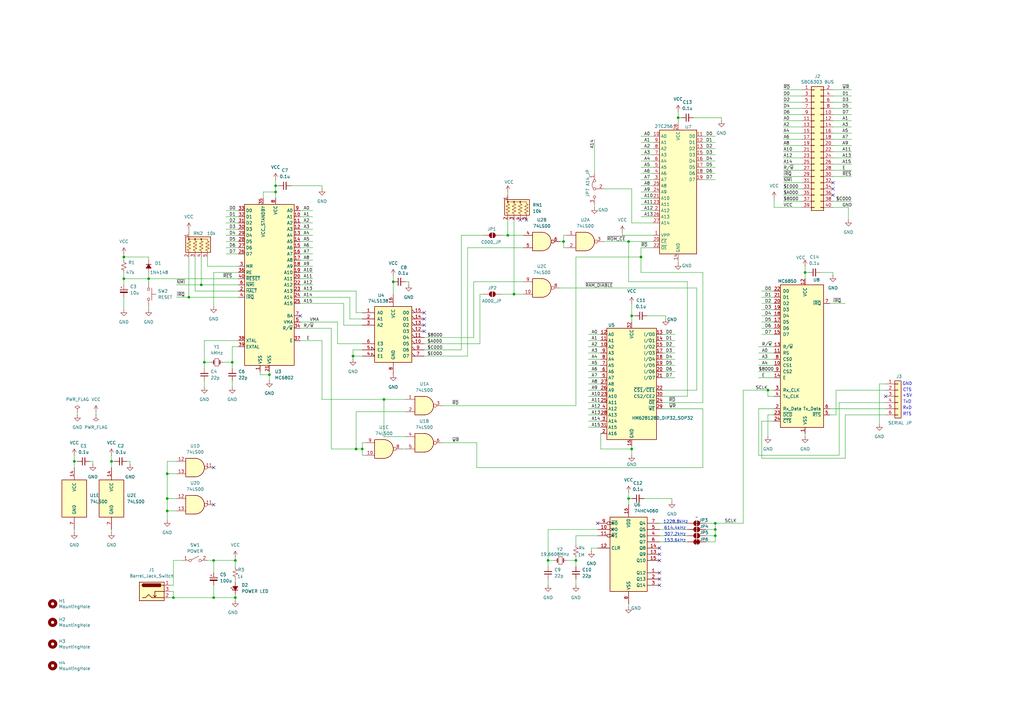
<source format=kicad_sch>
(kicad_sch (version 20250114) (generator "eeschema") (generator_version "9.0")
  (paper "A3")
  (title_block (title "MC6802 Single Board Computer") (date "2025-02-25") (rev "1") (company "KUNI-NET"))
  (text "GND" (at 372.11 157.48 0) (effects (font (size 1.27 1.27))))
  (text "153.6kHz" (at 276.86 221.742 0) (effects (font (size 1.27 1.27))))
  (text "CTS" (at 372.11 160.02 0) (effects (font (size 1.27 1.27))))
  (text "+5V" (at 372.11 162.306 0) (effects (font (size 1.27 1.27))))
  (text "RxD" (at 372.11 167.386 0) (effects (font (size 1.27 1.27))))
  (text "307.2kHz" (at 276.86 219.202 0) (effects (font (size 1.27 1.27))))
  (text "614.4kHz" (at 276.86 216.662 0) (effects (font (size 1.27 1.27))))
  (text "1228.8kHz" (at 277.114 214.122 0) (effects (font (size 1.27 1.27))))
  (text "RTS" (at 372.11 169.926 0) (effects (font (size 1.27 1.27))))
  (text "TxD" (at 372.11 164.846 0) (effects (font (size 1.27 1.27))))
  (junction (at 68.58 194.31))
  (junction (at 293.37 214.63))
  (junction (at 96.52 229.87))
  (junction (at 30.48 189.23))
  (junction (at 278.13 48.26))
  (junction (at 157.48 163.83))
  (junction (at 82.55 116.84))
  (junction (at 262.89 105.41))
  (junction (at 110.49 153.67))
  (junction (at 83.82 148.59))
  (junction (at 257.81 204.47))
  (junction (at 148.59 184.15))
  (junction (at 144.78 146.05))
  (junction (at 210.82 120.65))
  (junction (at 236.22 229.87))
  (junction (at 77.47 121.92))
  (junction (at 113.03 78.74))
  (junction (at 60.96 114.3))
  (junction (at 50.8 114.3))
  (junction (at 293.37 219.71))
  (junction (at 87.63 229.87))
  (junction (at 293.37 217.17))
  (junction (at 68.58 204.47))
  (junction (at 259.08 129.54))
  (junction (at 71.12 245.11))
  (junction (at 330.2 111.76))
  (junction (at 259.08 184.15))
  (junction (at 231.14 99.06))
  (junction (at 314.96 160.02))
  (junction (at 224.79 229.87))
  (junction (at 50.8 105.41))
  (junction (at 208.28 96.52))
  (junction (at 96.52 245.11))
  (junction (at 146.05 184.15))
  (junction (at 257.81 99.06))
  (junction (at 87.63 245.11))
  (junction (at 95.25 148.59))
  (junction (at 113.03 76.2))
  (junction (at 161.29 115.57))
  (junction (at 45.72 189.23))
  (junction (at 68.58 209.55))
  (no_connect (at 245.11 214.63))
  (no_connect (at 173.99 128.27))
  (no_connect (at 341.63 80.01))
  (no_connect (at 270.51 224.79))
  (no_connect (at 173.99 130.81))
  (no_connect (at 87.63 191.77))
  (no_connect (at 270.51 240.03))
  (no_connect (at 213.36 90.17))
  (no_connect (at 341.63 74.93))
  (no_connect (at 87.63 207.01))
  (no_connect (at 270.51 234.95))
  (no_connect (at 270.51 227.33))
  (no_connect (at 173.99 133.35))
  (no_connect (at 215.9 90.17))
  (no_connect (at 341.63 77.47))
  (no_connect (at 270.51 229.87))
  (no_connect (at 270.51 237.49))
  (no_connect (at 363.22 162.56))
  (no_connect (at 173.99 135.89))
  (no_connect (at 123.19 129.54))
  (wire (pts (xy 146.05 184.15) (xy 146.05 168.91)))
  (wire (pts (xy 312.42 137.16) (xy 317.5 137.16)))
  (wire (pts (xy 106.68 152.4) (xy 106.68 153.67)))
  (wire (pts (xy 262.89 111.76) (xy 262.89 105.41)))
  (wire (pts (xy 60.96 105.41) (xy 60.96 106.68)))
  (wire (pts (xy 38.1 189.23) (xy 38.1 190.5)))
  (wire (pts (xy 288.29 73.66) (xy 293.37 73.66)))
  (wire (pts (xy 262.89 88.9) (xy 267.97 88.9)))
  (wire (pts (xy 242.57 224.79) (xy 245.11 224.79)))
  (wire (pts (xy 68.58 194.31) (xy 72.39 194.31)))
  (wire (pts (xy 314.96 162.56) (xy 317.5 162.56)))
  (wire (pts (xy 241.3 149.86) (xy 246.38 149.86)))
  (wire (pts (xy 275.59 204.47) (xy 275.59 205.74)))
  (wire (pts (xy 264.16 204.47) (xy 275.59 204.47)))
  (wire (pts (xy 311.15 149.86) (xy 317.5 149.86)))
  (wire (pts (xy 95.25 156.21) (xy 95.25 158.75)))
  (wire (pts (xy 341.63 36.83) (xy 349.25 36.83)))
  (wire (pts (xy 119.38 76.2) (xy 132.08 76.2)))
  (wire (pts (xy 71.12 242.57) (xy 71.12 245.11)))
  (wire (pts (xy 144.78 143.51) (xy 144.78 146.05)))
  (wire (pts (xy 236.22 105.41) (xy 262.89 105.41)))
  (wire (pts (xy 304.8 160.02) (xy 304.8 214.63)))
  (wire (pts (xy 336.55 111.76) (xy 341.63 111.76)))
  (wire (pts (xy 45.72 189.23) (xy 46.99 189.23)))
  (wire (pts (xy 311.15 147.32) (xy 317.5 147.32)))
  (wire (pts (xy 321.31 57.15) (xy 328.93 57.15)))
  (wire (pts (xy 97.79 139.7) (xy 83.82 139.7)))
  (wire (pts (xy 144.78 146.05) (xy 148.59 146.05)))
  (wire (pts (xy 113.03 78.74) (xy 113.03 81.28)))
  (wire (pts (xy 259.08 186.69) (xy 259.08 184.15)))
  (wire (pts (xy 317.5 85.09) (xy 328.93 85.09)))
  (wire (pts (xy 123.19 88.9) (xy 128.27 88.9)))
  (wire (pts (xy 257.81 201.93) (xy 257.81 204.47)))
  (wire (pts (xy 304.8 160.02) (xy 314.96 160.02)))
  (wire (pts (xy 68.58 209.55) (xy 68.58 213.36)))
  (wire (pts (xy 288.29 111.76) (xy 262.89 111.76)))
  (wire (pts (xy 330.2 111.76) (xy 331.47 111.76)))
  (wire (pts (xy 123.19 109.22) (xy 128.27 109.22)))
  (wire (pts (xy 123.19 139.7) (xy 132.08 139.7)))
  (wire (pts (xy 68.58 189.23) (xy 68.58 194.31)))
  (wire (pts (xy 341.63 82.55) (xy 349.25 82.55)))
  (wire (pts (xy 232.41 229.87) (xy 236.22 229.87)))
  (wire (pts (xy 69.85 245.11) (xy 71.12 245.11)))
  (wire (pts (xy 289.56 219.71) (xy 293.37 219.71)))
  (wire (pts (xy 123.19 99.06) (xy 128.27 99.06)))
  (wire (pts (xy 271.78 142.24) (xy 276.86 142.24)))
  (wire (pts (xy 80.01 119.38) (xy 80.01 105.41)))
  (wire (pts (xy 281.94 115.57) (xy 257.81 115.57)))
  (wire (pts (xy 321.31 72.39) (xy 328.93 72.39)))
  (wire (pts (xy 50.8 105.41) (xy 50.8 106.68)))
  (wire (pts (xy 262.89 58.42) (xy 267.97 58.42)))
  (wire (pts (xy 262.89 76.2) (xy 267.97 76.2)))
  (wire (pts (xy 270.51 214.63) (xy 281.94 214.63)))
  (wire (pts (xy 123.19 119.38) (xy 146.05 119.38)))
  (wire (pts (xy 241.3 175.26) (xy 246.38 175.26)))
  (wire (pts (xy 288.29 55.88) (xy 293.37 55.88)))
  (wire (pts (xy 173.99 143.51) (xy 189.23 143.51)))
  (wire (pts (xy 132.08 76.2) (xy 132.08 77.47)))
  (wire (pts (xy 312.42 172.72) (xy 312.42 187.96)))
  (wire (pts (xy 71.12 229.87) (xy 74.93 229.87)))
  (wire (pts (xy 255.27 95.25) (xy 255.27 96.52)))
  (wire (pts (xy 270.51 217.17) (xy 281.94 217.17)))
  (wire (pts (xy 341.63 67.31) (xy 349.25 67.31)))
  (wire (pts (xy 45.72 217.17) (xy 45.72 218.44)))
  (wire (pts (xy 92.71 86.36) (xy 97.79 86.36)))
  (wire (pts (xy 224.79 229.87) (xy 224.79 232.41)))
  (wire (pts (xy 110.49 152.4) (xy 110.49 153.67)))
  (wire (pts (xy 231.14 99.06) (xy 231.14 101.6)))
  (wire (pts (xy 311.15 142.24) (xy 317.5 142.24)))
  (wire (pts (xy 284.48 48.26) (xy 295.91 48.26)))
  (wire (pts (xy 293.37 222.25) (xy 289.56 222.25)))
  (wire (pts (xy 312.42 124.46) (xy 317.5 124.46)))
  (wire (pts (xy 278.13 48.26) (xy 279.4 48.26)))
  (wire (pts (xy 208.28 90.17) (xy 208.28 96.52)))
  (wire (pts (xy 30.48 189.23) (xy 31.75 189.23)))
  (wire (pts (xy 360.68 173.99) (xy 360.68 157.48)))
  (wire (pts (xy 278.13 48.26) (xy 278.13 50.8)))
  (wire (pts (xy 96.52 245.11) (xy 96.52 246.38)))
  (wire (pts (xy 241.3 172.72) (xy 246.38 172.72)))
  (wire (pts (xy 346.71 187.96) (xy 346.71 170.18)))
  (wire (pts (xy 241.3 157.48) (xy 246.38 157.48)))
  (wire (pts (xy 241.3 142.24) (xy 246.38 142.24)))
  (wire (pts (xy 50.8 105.41) (xy 60.96 105.41)))
  (wire (pts (xy 144.78 146.05) (xy 144.78 147.32)))
  (wire (pts (xy 107.95 81.28) (xy 107.95 78.74)))
  (wire (pts (xy 314.96 160.02) (xy 314.96 162.56)))
  (wire (pts (xy 262.89 71.12) (xy 267.97 71.12)))
  (wire (pts (xy 311.15 152.4) (xy 317.5 152.4)))
  (wire (pts (xy 87.63 245.11) (xy 96.52 245.11)))
  (wire (pts (xy 262.89 81.28) (xy 267.97 81.28)))
  (wire (pts (xy 232.41 96.52) (xy 231.14 96.52)))
  (wire (pts (xy 181.61 181.61) (xy 195.58 181.61)))
  (wire (pts (xy 36.83 189.23) (xy 38.1 189.23)))
  (wire (pts (xy 149.86 181.61) (xy 148.59 181.61)))
  (wire (pts (xy 143.51 130.81) (xy 148.59 130.81)))
  (wire (pts (xy 96.52 245.11) (xy 96.52 243.84)))
  (wire (pts (xy 50.8 114.3) (xy 50.8 116.84)))
  (wire (pts (xy 341.63 59.69) (xy 349.25 59.69)))
  (wire (pts (xy 123.19 111.76) (xy 128.27 111.76)))
  (wire (pts (xy 157.48 163.83) (xy 166.37 163.83)))
  (wire (pts (xy 231.14 101.6) (xy 232.41 101.6)))
  (wire (pts (xy 123.19 86.36) (xy 128.27 86.36)))
  (wire (pts (xy 157.48 179.07) (xy 166.37 179.07)))
  (wire (pts (xy 321.31 49.53) (xy 328.93 49.53)))
  (wire (pts (xy 271.78 144.78) (xy 276.86 144.78)))
  (wire (pts (xy 312.42 132.08) (xy 317.5 132.08)))
  (wire (pts (xy 110.49 153.67) (xy 110.49 156.21)))
  (wire (pts (xy 195.58 191.77) (xy 195.58 181.61)))
  (wire (pts (xy 341.63 49.53) (xy 349.25 49.53)))
  (wire (pts (xy 71.12 240.03) (xy 71.12 229.87)))
  (wire (pts (xy 262.89 63.5) (xy 267.97 63.5)))
  (wire (pts (xy 138.43 140.97) (xy 138.43 132.08)))
  (wire (pts (xy 341.63 69.85) (xy 349.25 69.85)))
  (wire (pts (xy 312.42 121.92) (xy 317.5 121.92)))
  (wire (pts (xy 288.29 68.58) (xy 293.37 68.58)))
  (wire (pts (xy 60.96 125.73) (xy 60.96 127)))
  (wire (pts (xy 68.58 204.47) (xy 72.39 204.47)))
  (wire (pts (xy 143.51 130.81) (xy 143.51 121.92)))
  (wire (pts (xy 330.2 111.76) (xy 330.2 114.3)))
  (wire (pts (xy 330.2 177.8) (xy 330.2 179.07)))
  (wire (pts (xy 91.44 148.59) (xy 95.25 148.59)))
  (wire (pts (xy 321.31 44.45) (xy 328.93 44.45)))
  (wire (pts (xy 321.31 59.69) (xy 328.93 59.69)))
  (wire (pts (xy 321.31 62.23) (xy 328.93 62.23)))
  (wire (pts (xy 60.96 111.76) (xy 60.96 114.3)))
  (wire (pts (xy 53.34 189.23) (xy 53.34 190.5)))
  (wire (pts (xy 241.3 170.18) (xy 246.38 170.18)))
  (wire (pts (xy 278.13 106.68) (xy 278.13 107.95)))
  (wire (pts (xy 241.3 165.1) (xy 246.38 165.1)))
  (wire (pts (xy 314.96 170.18) (xy 317.5 170.18)))
  (wire (pts (xy 262.89 60.96) (xy 267.97 60.96)))
  (wire (pts (xy 157.48 163.83) (xy 157.48 179.07)))
  (wire (pts (xy 87.63 125.73) (xy 87.63 111.76)))
  (wire (pts (xy 144.78 143.51) (xy 148.59 143.51)))
  (wire (pts (xy 262.89 68.58) (xy 267.97 68.58)))
  (wire (pts (xy 77.47 105.41) (xy 77.47 121.92)))
  (wire (pts (xy 341.63 39.37) (xy 349.25 39.37)))
  (wire (pts (xy 265.43 129.54) (xy 273.05 129.54)))
  (wire (pts (xy 113.03 73.66) (xy 113.03 76.2)))
  (wire (pts (xy 83.82 148.59) (xy 86.36 148.59)))
  (wire (pts (xy 236.22 237.49) (xy 236.22 240.03)))
  (wire (pts (xy 241.3 137.16) (xy 246.38 137.16)))
  (wire (pts (xy 342.9 170.18) (xy 342.9 160.02)))
  (wire (pts (xy 83.82 156.21) (xy 83.82 158.75)))
  (wire (pts (xy 243.84 83.82) (xy 243.84 85.09)))
  (wire (pts (xy 146.05 128.27) (xy 148.59 128.27)))
  (wire (pts (xy 311.15 144.78) (xy 317.5 144.78)))
  (wire (pts (xy 314.96 170.18) (xy 314.96 179.07)))
  (wire (pts (xy 173.99 138.43) (xy 194.31 138.43)))
  (wire (pts (xy 30.48 217.17) (xy 30.48 218.44)))
  (wire (pts (xy 107.95 78.74) (xy 113.03 78.74)))
  (wire (pts (xy 191.77 101.6) (xy 214.63 101.6)))
  (wire (pts (xy 140.97 133.35) (xy 140.97 124.46)))
  (wire (pts (xy 257.81 99.06) (xy 267.97 99.06)))
  (wire (pts (xy 285.75 118.11) (xy 285.75 160.02)))
  (wire (pts (xy 288.29 191.77) (xy 195.58 191.77)))
  (wire (pts (xy 123.19 91.44) (xy 128.27 91.44)))
  (wire (pts (xy 344.17 186.69) (xy 344.17 165.1)))
  (wire (pts (xy 241.3 154.94) (xy 246.38 154.94)))
  (wire (pts (xy 191.77 146.05) (xy 191.77 101.6)))
  (wire (pts (xy 95.25 142.24) (xy 97.79 142.24)))
  (wire (pts (xy 288.29 63.5) (xy 293.37 63.5)))
  (wire (pts (xy 68.58 209.55) (xy 72.39 209.55)))
  (wire (pts (xy 259.08 91.44) (xy 267.97 91.44)))
  (wire (pts (xy 31.75 168.91) (xy 31.75 170.18)))
  (wire (pts (xy 146.05 168.91) (xy 166.37 168.91)))
  (wire (pts (xy 236.22 166.37) (xy 236.22 105.41)))
  (wire (pts (xy 50.8 111.76) (xy 50.8 114.3)))
  (wire (pts (xy 262.89 73.66) (xy 267.97 73.66)))
  (wire (pts (xy 123.19 96.52) (xy 128.27 96.52)))
  (wire (pts (xy 312.42 134.62) (xy 317.5 134.62)))
  (wire (pts (xy 39.37 168.91) (xy 39.37 170.18)))
  (wire (pts (xy 257.81 115.57) (xy 257.81 99.06)))
  (wire (pts (xy 281.94 162.56) (xy 281.94 115.57)))
  (wire (pts (xy 340.36 170.18) (xy 342.9 170.18)))
  (wire (pts (xy 288.29 71.12) (xy 293.37 71.12)))
  (wire (pts (xy 321.31 77.47) (xy 328.93 77.47)))
  (wire (pts (xy 85.09 105.41) (xy 85.09 109.22)))
  (wire (pts (xy 52.07 189.23) (xy 53.34 189.23)))
  (wire (pts (xy 236.22 219.71) (xy 245.11 219.71)))
  (wire (pts (xy 224.79 237.49) (xy 224.79 240.03)))
  (wire (pts (xy 210.82 120.65) (xy 214.63 120.65)))
  (wire (pts (xy 321.31 69.85) (xy 328.93 69.85)))
  (wire (pts (xy 259.08 129.54) (xy 260.35 129.54)))
  (wire (pts (xy 123.19 121.92) (xy 143.51 121.92)))
  (wire (pts (xy 123.19 124.46) (xy 140.97 124.46)))
  (wire (pts (xy 87.63 111.76) (xy 97.79 111.76)))
  (wire (pts (xy 262.89 105.41) (xy 262.89 101.6)))
  (wire (pts (xy 80.01 119.38) (xy 97.79 119.38)))
  (wire (pts (xy 271.78 137.16) (xy 276.86 137.16)))
  (wire (pts (xy 271.78 165.1) (xy 288.29 165.1)))
  (wire (pts (xy 85.09 109.22) (xy 97.79 109.22)))
  (wire (pts (xy 50.8 104.14) (xy 50.8 105.41)))
  (wire (pts (xy 165.1 184.15) (xy 166.37 184.15)))
  (wire (pts (xy 259.08 77.47) (xy 259.08 91.44)))
  (wire (pts (xy 236.22 229.87) (xy 236.22 232.41)))
  (wire (pts (xy 341.63 64.77) (xy 349.25 64.77)))
  (wire (pts (xy 205.74 120.65) (xy 210.82 120.65)))
  (wire (pts (xy 289.56 214.63) (xy 293.37 214.63)))
  (wire (pts (xy 113.03 76.2) (xy 113.03 78.74)))
  (wire (pts (xy 69.85 242.57) (xy 71.12 242.57)))
  (wire (pts (xy 360.68 157.48) (xy 363.22 157.48)))
  (wire (pts (xy 140.97 133.35) (xy 148.59 133.35)))
  (wire (pts (xy 341.63 57.15) (xy 349.25 57.15)))
  (wire (pts (xy 347.98 85.09) (xy 347.98 90.17)))
  (wire (pts (xy 273.05 129.54) (xy 273.05 130.81)))
  (wire (pts (xy 288.29 167.64) (xy 288.29 191.77)))
  (wire (pts (xy 135.89 184.15) (xy 146.05 184.15)))
  (wire (pts (xy 69.85 240.03) (xy 71.12 240.03)))
  (wire (pts (xy 123.19 101.6) (xy 128.27 101.6)))
  (wire (pts (xy 161.29 115.57) (xy 161.29 120.65)))
  (wire (pts (xy 295.91 48.26) (xy 295.91 49.53)))
  (wire (pts (xy 146.05 184.15) (xy 148.59 184.15)))
  (wire (pts (xy 83.82 139.7) (xy 83.82 148.59)))
  (wire (pts (xy 247.65 99.06) (xy 257.81 99.06)))
  (wire (pts (xy 132.08 163.83) (xy 157.48 163.83)))
  (wire (pts (xy 236.22 228.6) (xy 236.22 229.87)))
  (wire (pts (xy 231.14 96.52) (xy 231.14 99.06)))
  (wire (pts (xy 342.9 160.02) (xy 363.22 160.02)))
  (wire (pts (xy 68.58 194.31) (xy 68.58 204.47)))
  (wire (pts (xy 341.63 62.23) (xy 349.25 62.23)))
  (wire (pts (xy 321.31 74.93) (xy 328.93 74.93)))
  (wire (pts (xy 317.5 81.28) (xy 317.5 85.09)))
  (wire (pts (xy 340.36 124.46) (xy 346.71 124.46)))
  (wire (pts (xy 255.27 96.52) (xy 267.97 96.52)))
  (wire (pts (xy 271.78 154.94) (xy 276.86 154.94)))
  (wire (pts (xy 346.71 170.18) (xy 363.22 170.18)))
  (wire (pts (xy 262.89 101.6) (xy 267.97 101.6)))
  (wire (pts (xy 312.42 187.96) (xy 346.71 187.96)))
  (wire (pts (xy 71.12 245.11) (xy 87.63 245.11)))
  (wire (pts (xy 262.89 55.88) (xy 267.97 55.88)))
  (wire (pts (xy 161.29 113.03) (xy 161.29 115.57)))
  (wire (pts (xy 92.71 104.14) (xy 97.79 104.14)))
  (wire (pts (xy 92.71 88.9) (xy 97.79 88.9)))
  (wire (pts (xy 92.71 91.44) (xy 97.79 91.44)))
  (wire (pts (xy 167.64 115.57) (xy 167.64 116.84)))
  (wire (pts (xy 241.3 144.78) (xy 246.38 144.78)))
  (wire (pts (xy 194.31 115.57) (xy 214.63 115.57)))
  (wire (pts (xy 96.52 228.6) (xy 96.52 229.87)))
  (wire (pts (xy 123.19 134.62) (xy 135.89 134.62)))
  (wire (pts (xy 30.48 189.23) (xy 30.48 191.77)))
  (wire (pts (xy 72.39 189.23) (xy 68.58 189.23)))
  (wire (pts (xy 113.03 76.2) (xy 114.3 76.2)))
  (wire (pts (xy 241.3 152.4) (xy 246.38 152.4)))
  (wire (pts (xy 288.29 66.04) (xy 293.37 66.04)))
  (wire (pts (xy 123.19 116.84) (xy 128.27 116.84)))
  (wire (pts (xy 148.59 186.69) (xy 148.59 184.15)))
  (wire (pts (xy 106.68 153.67) (xy 110.49 153.67)))
  (wire (pts (xy 293.37 219.71) (xy 293.37 222.25)))
  (wire (pts (xy 224.79 217.17) (xy 245.11 217.17)))
  (wire (pts (xy 271.78 147.32) (xy 276.86 147.32)))
  (wire (pts (xy 271.78 160.02) (xy 285.75 160.02)))
  (wire (pts (xy 262.89 78.74) (xy 267.97 78.74)))
  (wire (pts (xy 123.19 93.98) (xy 128.27 93.98)))
  (wire (pts (xy 317.5 172.72) (xy 312.42 172.72)))
  (wire (pts (xy 341.63 52.07) (xy 349.25 52.07)))
  (wire (pts (xy 229.87 99.06) (xy 231.14 99.06)))
  (wire (pts (xy 270.51 219.71) (xy 281.94 219.71)))
  (wire (pts (xy 173.99 146.05) (xy 191.77 146.05)))
  (wire (pts (xy 341.63 85.09) (xy 347.98 85.09)))
  (wire (pts (xy 123.19 106.68) (xy 128.27 106.68)))
  (wire (pts (xy 77.47 93.98) (xy 77.47 95.25)))
  (wire (pts (xy 293.37 214.63) (xy 304.8 214.63)))
  (wire (pts (xy 271.78 162.56) (xy 281.94 162.56)))
  (wire (pts (xy 95.25 148.59) (xy 95.25 151.13)))
  (wire (pts (xy 132.08 139.7) (xy 132.08 163.83)))
  (wire (pts (xy 271.78 139.7) (xy 276.86 139.7)))
  (wire (pts (xy 123.19 104.14) (xy 128.27 104.14)))
  (wire (pts (xy 68.58 204.47) (xy 68.58 209.55)))
  (wire (pts (xy 241.3 147.32) (xy 246.38 147.32)))
  (wire (pts (xy 271.78 167.64) (xy 288.29 167.64)))
  (wire (pts (xy 311.15 154.94) (xy 317.5 154.94)))
  (wire (pts (xy 196.85 120.65) (xy 198.12 120.65)))
  (wire (pts (xy 317.5 167.64) (xy 311.15 167.64)))
  (wire (pts (xy 95.25 148.59) (xy 95.25 142.24)))
  (wire (pts (xy 259.08 124.46) (xy 259.08 129.54)))
  (wire (pts (xy 321.31 46.99) (xy 328.93 46.99)))
  (wire (pts (xy 262.89 86.36) (xy 267.97 86.36)))
  (wire (pts (xy 196.85 140.97) (xy 173.99 140.97)))
  (wire (pts (xy 311.15 186.69) (xy 344.17 186.69)))
  (wire (pts (xy 293.37 214.63) (xy 293.37 217.17)))
  (wire (pts (xy 82.55 105.41) (xy 82.55 116.84)))
  (wire (pts (xy 208.28 78.74) (xy 208.28 80.01)))
  (wire (pts (xy 82.55 116.84) (xy 97.79 116.84)))
  (wire (pts (xy 330.2 109.22) (xy 330.2 111.76)))
  (wire (pts (xy 257.81 204.47) (xy 257.81 207.01)))
  (wire (pts (xy 321.31 64.77) (xy 328.93 64.77)))
  (wire (pts (xy 241.3 139.7) (xy 246.38 139.7)))
  (wire (pts (xy 321.31 36.83) (xy 328.93 36.83)))
  (wire (pts (xy 259.08 129.54) (xy 259.08 132.08)))
  (wire (pts (xy 321.31 39.37) (xy 328.93 39.37)))
  (wire (pts (xy 341.63 46.99) (xy 349.25 46.99)))
  (wire (pts (xy 288.29 60.96) (xy 293.37 60.96)))
  (wire (pts (xy 77.47 121.92) (xy 97.79 121.92)))
  (wire (pts (xy 92.71 101.6) (xy 97.79 101.6)))
  (wire (pts (xy 30.48 186.69) (xy 30.48 189.23)))
  (wire (pts (xy 135.89 134.62) (xy 135.89 184.15)))
  (wire (pts (xy 259.08 182.88) (xy 259.08 184.15)))
  (wire (pts (xy 50.8 114.3) (xy 60.96 114.3)))
  (wire (pts (xy 87.63 240.03) (xy 87.63 245.11)))
  (wire (pts (xy 241.3 160.02) (xy 246.38 160.02)))
  (wire (pts (xy 311.15 167.64) (xy 311.15 186.69)))
  (wire (pts (xy 247.65 77.47) (xy 259.08 77.47)))
  (wire (pts (xy 246.38 184.15) (xy 259.08 184.15)))
  (wire (pts (xy 92.71 96.52) (xy 97.79 96.52)))
  (wire (pts (xy 87.63 229.87) (xy 96.52 229.87)))
  (wire (pts (xy 293.37 217.17) (xy 293.37 219.71)))
  (wire (pts (xy 321.31 52.07) (xy 328.93 52.07)))
  (wire (pts (xy 341.63 72.39) (xy 349.25 72.39)))
  (wire (pts (xy 270.51 222.25) (xy 281.94 222.25)))
  (wire (pts (xy 257.81 204.47) (xy 259.08 204.47)))
  (wire (pts (xy 189.23 143.51) (xy 189.23 96.52)))
  (wire (pts (xy 123.19 114.3) (xy 128.27 114.3)))
  (wire (pts (xy 271.78 152.4) (xy 276.86 152.4)))
  (wire (pts (xy 208.28 96.52) (xy 214.63 96.52)))
  (wire (pts (xy 278.13 45.72) (xy 278.13 48.26)))
  (wire (pts (xy 224.79 229.87) (xy 227.33 229.87)))
  (wire (pts (xy 60.96 114.3) (xy 97.79 114.3)))
  (wire (pts (xy 321.31 67.31) (xy 328.93 67.31)))
  (wire (pts (xy 72.39 116.84) (xy 82.55 116.84)))
  (wire (pts (xy 288.29 165.1) (xy 288.29 111.76)))
  (wire (pts (xy 257.81 247.65) (xy 257.81 248.92)))
  (wire (pts (xy 96.52 237.49) (xy 96.52 238.76)))
  (wire (pts (xy 312.42 129.54) (xy 317.5 129.54)))
  (wire (pts (xy 92.71 93.98) (xy 97.79 93.98)))
  (wire (pts (xy 146.05 128.27) (xy 146.05 119.38)))
  (wire (pts (xy 341.63 54.61) (xy 349.25 54.61)))
  (wire (pts (xy 138.43 132.08) (xy 123.19 132.08)))
  (wire (pts (xy 321.31 82.55) (xy 328.93 82.55)))
  (wire (pts (xy 196.85 120.65) (xy 196.85 140.97)))
  (wire (pts (xy 166.37 115.57) (xy 167.64 115.57)))
  (wire (pts (xy 340.36 167.64) (xy 363.22 167.64)))
  (wire (pts (xy 83.82 148.59) (xy 83.82 151.13)))
  (wire (pts (xy 321.31 80.01) (xy 328.93 80.01)))
  (wire (pts (xy 344.17 165.1) (xy 363.22 165.1)))
  (wire (pts (xy 341.63 41.91) (xy 349.25 41.91)))
  (wire (pts (xy 312.42 127) (xy 317.5 127)))
  (wire (pts (xy 60.96 114.3) (xy 60.96 115.57)))
  (wire (pts (xy 138.43 140.97) (xy 148.59 140.97)))
  (wire (pts (xy 189.23 96.52) (xy 198.12 96.52)))
  (wire (pts (xy 246.38 177.8) (xy 246.38 184.15)))
  (wire (pts (xy 341.63 111.76) (xy 341.63 113.03)))
  (wire (pts (xy 321.31 54.61) (xy 328.93 54.61)))
  (wire (pts (xy 236.22 223.52) (xy 236.22 219.71)))
  (wire (pts (xy 45.72 189.23) (xy 45.72 191.77)))
  (wire (pts (xy 321.31 41.91) (xy 328.93 41.91)))
  (wire (pts (xy 85.09 229.87) (xy 87.63 229.87)))
  (wire (pts (xy 148.59 181.61) (xy 148.59 184.15)))
  (wire (pts (xy 194.31 138.43) (xy 194.31 115.57)))
  (wire (pts (xy 205.74 96.52) (xy 208.28 96.52)))
  (wire (pts (xy 229.87 118.11) (xy 285.75 118.11)))
  (wire (pts (xy 243.84 57.15) (xy 243.84 71.12)))
  (wire (pts (xy 50.8 121.92) (xy 50.8 127)))
  (wire (pts (xy 288.29 58.42) (xy 293.37 58.42)))
  (wire (pts (xy 241.3 162.56) (xy 246.38 162.56)))
  (wire (pts (xy 289.56 217.17) (xy 293.37 217.17)))
  (wire (pts (xy 224.79 229.87) (xy 224.79 217.17)))
  (wire (pts (xy 149.86 186.69) (xy 148.59 186.69)))
  (wire (pts (xy 87.63 229.87) (xy 87.63 234.95)))
  (wire (pts (xy 210.82 90.17) (xy 210.82 120.65)))
  (wire (pts (xy 92.71 99.06) (xy 97.79 99.06)))
  (wire (pts (xy 242.57 226.06) (xy 242.57 224.79)))
  (wire (pts (xy 241.3 167.64) (xy 246.38 167.64)))
  (wire (pts (xy 341.63 44.45) (xy 349.25 44.45)))
  (wire (pts (xy 45.72 186.69) (xy 45.72 189.23)))
  (wire (pts (xy 181.61 166.37) (xy 236.22 166.37)))
  (wire (pts (xy 314.96 160.02) (xy 317.5 160.02)))
  (wire (pts (xy 262.89 83.82) (xy 267.97 83.82)))
  (wire (pts (xy 96.52 229.87) (xy 96.52 232.41)))
  (wire (pts (xy 312.42 119.38) (xy 317.5 119.38)))
  (wire (pts (xy 72.39 121.92) (xy 77.47 121.92)))
  (wire (pts (xy 262.89 66.04) (xy 267.97 66.04)))
  (wire (pts (xy 271.78 149.86) (xy 276.86 149.86)))
  (label "A5" (at 242.57 149.86 0))
  (label "D7" (at 313.69 137.16 0))
  (label "~{RD}" (at 185.42 166.37 0))
  (label "~{RD}" (at 262.89 101.6 0))
  (label "A7" (at 242.57 154.94 0))
  (label "A7" (at 264.16 73.66 0))
  (label "E" (at 312.42 154.94 0))
  (label "D6" (at 313.69 134.62 0))
  (label "A14" (at 243.84 57.15 270))
  (label "A11" (at 345.44 62.23 0))
  (label "A2" (at 242.57 142.24 0))
  (label "A3" (at 124.46 93.98 0))
  (label "A12" (at 242.57 167.64 0))
  (label "D1" (at 345.44 39.37 0))
  (label "A5" (at 124.46 99.06 0))
  (label "~{ROM_CE}" (at 248.92 99.06 0))
  (label "A3" (at 242.57 144.78 0))
  (label "D1" (at 289.56 58.42 0))
  (label "~{NMI}" (at 321.31 74.93 0))
  (label "A7" (at 124.46 104.14 0))
  (label "A2" (at 124.46 91.44 0))
  (label "A3" (at 264.16 63.5 0))
  (label "A0" (at 124.46 86.36 0))
  (label "D0" (at 321.31 39.37 0))
  (label "$E000" (at 175.26 146.05 0))
  (label "$C000" (at 175.26 143.51 0))
  (label "~{WR}" (at 345.44 36.83 0))
  (label "~{IRQ}" (at 72.39 121.92 0))
  (label "R{slash}~{W}" (at 124.46 134.62 0))
  (label "A8" (at 321.31 59.69 0))
  (label "A4" (at 264.16 66.04 0))
  (label "~{RD}" (at 321.31 36.83 0))
  (label "A13" (at 264.16 88.9 0))
  (label "A6" (at 264.16 71.12 0))
  (label "A8" (at 264.16 76.2 0))
  (label "D2" (at 273.05 142.24 0))
  (label "D1" (at 93.98 88.9 0))
  (label "D3" (at 313.69 127 0))
  (label "A4" (at 312.42 149.86 0))
  (label "~{IRQ}" (at 321.31 72.39 0))
  (label "D4" (at 313.69 129.54 0))
  (label "D0" (at 273.05 137.16 0))
  (label "A1" (at 242.57 139.7 0))
  (label "D3" (at 289.56 63.5 0))
  (label "D5" (at 93.98 99.06 0))
  (label "SCLK" (at 297.18 214.63 0))
  (label "A9" (at 264.16 78.74 0))
  (label "A13" (at 345.44 64.77 0))
  (label "~{NMI}" (at 72.39 116.84 0))
  (label "A12" (at 321.31 64.77 0))
  (label "D1" (at 313.69 121.92 0))
  (label "A9" (at 242.57 160.02 0))
  (label "VMA" (at 127 132.08 0))
  (label "D5" (at 313.69 132.08 0))
  (label "E" (at 345.44 69.85 0))
  (label "D4" (at 321.31 44.45 0))
  (label "A3" (at 345.44 52.07 0))
  (label "A11" (at 242.57 165.1 0))
  (label "D2" (at 321.31 41.91 0))
  (label "A11" (at 124.46 114.3 0))
  (label "SCLK" (at 309.88 160.02 0))
  (label "A0" (at 242.57 137.16 0))
  (label "~{IRQ}" (at 341.63 124.46 0))
  (label "A10" (at 124.46 111.76 0))
  (label "D3" (at 93.98 93.98 0))
  (label "A4" (at 124.46 96.52 0))
  (label "A7" (at 345.44 57.15 0))
  (label "A0" (at 312.42 144.78 0))
  (label "D3" (at 345.44 41.91 0))
  (label "R{slash}~{W}" (at 312.42 142.24 0))
  (label "$8000" (at 175.26 138.43 0))
  (label "D6" (at 273.05 152.4 0))
  (label "A8" (at 124.46 106.68 0))
  (label "A10" (at 321.31 62.23 0))
  (label "A15" (at 242.57 175.26 0))
  (label "A5" (at 345.44 54.61 0))
  (label "D6" (at 289.56 71.12 0))
  (label "A2" (at 264.16 60.96 0))
  (label "A9" (at 124.46 109.22 0))
  (label "GND" (at 345.44 85.09 0))
  (label "A15" (at 345.44 67.31 0))
  (label "D6" (at 321.31 46.99 0))
  (label "$C000" (at 342.9 82.55 0))
  (label "A14" (at 321.31 67.31 0))
  (label "A6" (at 124.46 101.6 0))
  (label "A6" (at 321.31 57.15 0))
  (label "$A000" (at 175.26 140.97 0))
  (label "~{WR}" (at 185.42 181.61 0))
  (label "~{RES}" (at 91.44 114.3 0))
  (label "$E000" (at 321.31 77.47 0))
  (label "A5" (at 264.16 68.58 0))
  (label "D6" (at 93.98 101.6 0))
  (label "D5" (at 273.05 149.86 0))
  (label "A15" (at 124.46 124.46 0))
  (label "A8" (at 242.57 157.48 0))
  (label "A4" (at 321.31 54.61 0))
  (label "D7" (at 93.98 104.14 0))
  (label "A3" (at 312.42 147.32 0))
  (label "D4" (at 273.05 147.32 0))
  (label "$A000" (at 321.31 80.01 0))
  (label "R{slash}~{W}" (at 321.31 69.85 0))
  (label "D4" (at 93.98 96.52 0))
  (label "$8000" (at 311.15 152.4 0))
  (label "A1" (at 345.44 49.53 0))
  (label "D0" (at 313.69 119.38 0))
  (label "VCC" (at 321.31 85.09 0))
  (label "A1" (at 124.46 88.9 0))
  (label "D4" (at 289.56 66.04 0))
  (label "D3" (at 273.05 144.78 0))
  (label "~{RES}" (at 345.44 72.39 0))
  (label "D0" (at 289.56 55.88 0))
  (label "D5" (at 345.44 44.45 0))
  (label "D7" (at 289.56 73.66 0))
  (label "~{WR}" (at 274.32 167.64 0))
  (label "A14" (at 242.57 172.72 0))
  (label "A13" (at 242.57 170.18 0))
  (label "A6" (at 242.57 152.4 0))
  (label "A13" (at 124.46 119.38 0))
  (label "D5" (at 289.56 68.58 0))
  (label "~{RAM_DIABLE}" (at 240.03 118.11 0))
  (label "D2" (at 93.98 91.44 0))
  (label "E" (at 125.73 139.7 0))
  (label "A1" (at 264.16 58.42 0))
  (label "A12" (at 264.16 86.36 0))
  (label "A0" (at 321.31 49.53 0))
  (label "A12" (at 124.46 116.84 0))
  (label "D7" (at 273.05 154.94 0))
  (label "A4" (at 242.57 147.32 0))
  (label "D0" (at 93.98 86.36 0))
  (label "A0" (at 264.16 55.88 0))
  (label "A2" (at 321.31 52.07 0))
  (label "A14" (at 124.46 121.92 0))
  (label "A9" (at 345.44 59.69 0))
  (label "D1" (at 273.05 139.7 0))
  (label "D7" (at 345.44 46.99 0))
  (label "A10" (at 242.57 162.56 0))
  (label "A11" (at 264.16 83.82 0))
  (label "$8000" (at 321.31 82.55 0))
  (label "A10" (at 264.16 81.28 0))
  (label "D2" (at 289.56 60.96 0))
  (label "D2" (at 313.69 124.46 0))
  (label "~{RD}" (at 274.32 165.1 0))
  (symbol (lib_id "Connector_Generic:Conn_02x20_Odd_Even") (at 334.01 59.69 0) (unit 1)
    (property "Reference" "J2" (at 335.28 31.3182 0))
    (property "Value" "SBC6303 BUS" (at 335.28 33.6296 0))
    (property "Footprint" "Connector_PinHeader_2.54mm:PinHeader_2x20_P2.54mm_Horizontal" (effects (hide yes)))
  )
  (symbol (lib_id "Mechanical:MountingHole") (at 21.59 247.65 0) (unit 1)
    (property "Reference" "H1" (at 24.13 246.4816 0) (effects (justify left)))
    (property "Value" "MountingHole" (at 24.13 248.793 0) (effects (justify left)))
    (property "Footprint" "MountingHole:MountingHole_3.2mm_M3" (effects (hide yes)))
  )
  (symbol (lib_id "Mechanical:MountingHole") (at 21.59 255.27 0) (unit 1)
    (property "Reference" "H2" (at 24.13 254.1016 0) (effects (justify left)))
    (property "Value" "MountingHole" (at 24.13 256.413 0) (effects (justify left)))
    (property "Footprint" "MountingHole:MountingHole_3.2mm_M3" (effects (hide yes)))
  )
  (symbol (lib_id "Mechanical:MountingHole") (at 21.59 264.16 0) (unit 1)
    (property "Reference" "H3" (at 24.13 262.9916 0) (effects (justify left)))
    (property "Value" "MountingHole" (at 24.13 265.303 0) (effects (justify left)))
    (property "Footprint" "MountingHole:MountingHole_3.2mm_M3" (effects (hide yes)))
  )
  (symbol (lib_id "Mechanical:MountingHole") (at 21.59 273.05 0) (unit 1)
    (property "Reference" "H4" (at 24.13 271.8816 0) (effects (justify left)))
    (property "Value" "MountingHole" (at 24.13 274.193 0) (effects (justify left)))
    (property "Footprint" "MountingHole:MountingHole_3.2mm_M3" (effects (hide yes)))
  )
  (symbol (lib_id "Device:C_Small") (at 34.29 189.23 90) (unit 1)
    (property "Reference" "C1" (at 34.2963 182.88 90))
    (property "Value" "0.1u" (at 34.2963 185.42 90))
    (property "Footprint" "Capacitor_THT:C_Disc_D3.0mm_W2.0mm_P2.50mm" (effects (hide yes)))
    (property "Description" "Unpolarized capacitor, small symbol" (effects (hide yes)))
  )
  (symbol (lib_id "power:VCC") (at 257.81 201.93 0) (unit 1)
    (property "Reference" "#PWR032" (effects (hide yes)))
    (property "Value" "VCC" (at 257.81 196.85 0))
    (property "Description" "Power symbol creates a global label with name \"VCC\"" (effects (hide yes)))
  )
  (symbol (lib_id "power:GND") (at 110.49 156.21 0) (unit 1)
    (property "Reference" "#PWR018" (effects (hide yes)))
    (property "Value" "GND" (at 110.49 161.29 0))
    (property "Description" "Power symbol creates a global label with name \"GND\" , ground" (effects (hide yes)))
  )
  (symbol (lib_id "power:GND") (at 132.08 77.47 0) (unit 1)
    (property "Reference" "#PWR020" (effects (hide yes)))
    (property "Value" "GND" (at 132.08 82.55 0))
    (property "Description" "Power symbol creates a global label with name \"GND\" , ground" (effects (hide yes)))
  )
  (symbol (lib_id "Device:Crystal_Small") (at 88.9 148.59 0) (unit 1)
    (property "Reference" "Y1" (at 88.9 142.24 0))
    (property "Value" "4MHz" (at 88.9 144.78 0))
    (property "Footprint" "Crystal:Crystal_HC49-U_Vertical" (effects (hide yes)))
    (property "Description" "Two pin crystal, small symbol" (effects (hide yes)))
  )
  (symbol (lib_id "power:GND") (at 96.52 246.38 0) (unit 1)
    (property "Reference" "#PWR017" (effects (hide yes)))
    (property "Value" "GND" (at 95.504 251.206 0))
    (property "Description" "Power symbol creates a global label with name \"GND\" , ground" (effects (hide yes)))
  )
  (symbol (lib_id "power:VCC") (at 77.47 93.98 0) (unit 1)
    (property "Reference" "#PWR013" (effects (hide yes)))
    (property "Value" "VCC" (at 77.47 88.9 0))
    (property "Description" "Power symbol creates a global label with name \"VCC\"" (effects (hide yes)))
  )
  (symbol (lib_id "Memory_EPROM:27C256") (at 278.13 78.74 0) (unit 1)
    (property "Reference" "U7" (at 280.924 52.07 0) (effects (justify left)))
    (property "Value" "27C256" (at 268.478 51.816 0) (effects (justify left)))
    (property "Footprint" "Package_DIP:DIP-28_W15.24mm_Socket" (effects (hide yes)))
    (property "Datasheet" "http://ww1.microchip.com/downloads/en/DeviceDoc/doc0014.pdf" (effects (hide yes)))
    (property "Description" "OTP EPROM 256 KiBit" (effects (hide yes)))
  )
  (symbol (lib_name "74LS00_2") (lib_id "74xx:74LS00") (at 30.48 204.47 0) (unit 5)
    (property "Reference" "U1" (at 36.83 203.1999 0) (effects (justify left)))
    (property "Value" "74LS00" (at 36.83 205.7399 0) (effects (justify left)))
    (property "Footprint" "Package_DIP:DIP-14_W7.62mm_Socket" (effects (hide yes)))
    (property "Datasheet" "http://www.ti.com/lit/gpn/sn74ls00" (effects (hide yes)))
    (property "Description" "quad 2-input NAND gate" (effects (hide yes)))
  )
  (symbol (lib_id "Device:R_Small_US") (at 236.22 226.06 0) (unit 1)
    (property "Reference" "R4" (at 237.236 224.79 0) (effects (justify left)))
    (property "Value" "1M" (at 236.982 227.584 0) (effects (justify left)))
    (property "Footprint" "Resistor_THT:R_Axial_DIN0207_L6.3mm_D2.5mm_P10.16mm_Horizontal" (effects (hide yes)))
    (property "Description" "Resistor, small US symbol" (effects (hide yes)))
  )
  (symbol (lib_id "Jumper:SolderJumper_2_Open") (at 285.75 217.17 0) (unit 1) (in_bom no)
    (property "Reference" "JP4" (at 288.798 215.9 0))
    (property "Value" "~" (at 285.75 214.63 0))
    (property "Footprint" "Jumper:SolderJumper-2_P1.3mm_Open_RoundedPad1.0x1.5mm" (effects (hide yes)))
    (property "Description" "Solder Jumper, 2-pole, open" (effects (hide yes)))
  )
  (symbol (lib_id "power:GND") (at 87.63 125.73 0) (unit 1)
    (property "Reference" "#PWR014" (effects (hide yes)))
    (property "Value" "GND" (at 87.63 130.81 0))
    (property "Description" "Power symbol creates a global label with name \"GND\" , ground" (effects (hide yes)))
  )
  (symbol (lib_id "power:VCC") (at 278.13 45.72 0) (unit 1)
    (property "Reference" "#PWR035" (effects (hide yes)))
    (property "Value" "VCC" (at 278.13 40.64 0))
    (property "Description" "Power symbol creates a global label with name \"VCC\"" (effects (hide yes)))
  )
  (symbol (lib_id "power:VCC") (at 113.03 73.66 0) (unit 1)
    (property "Reference" "#PWR019" (effects (hide yes)))
    (property "Value" "VCC" (at 113.03 68.58 0))
    (property "Description" "Power symbol creates a global label with name \"VCC\"" (effects (hide yes)))
  )
  (symbol (lib_id "Device:R_Small_US") (at 96.52 234.95 0) (unit 1)
    (property "Reference" "R3" (at 97.536 233.68 0) (effects (justify left)))
    (property "Value" "1k" (at 97.282 236.474 0) (effects (justify left)))
    (property "Footprint" "Resistor_THT:R_Axial_DIN0207_L6.3mm_D2.5mm_P10.16mm_Horizontal" (effects (hide yes)))
    (property "Description" "Resistor, small US symbol" (effects (hide yes)))
  )
  (symbol (lib_id "power:VCC") (at 259.08 124.46 0) (unit 1)
    (property "Reference" "#PWR029" (effects (hide yes)))
    (property "Value" "VCC" (at 259.08 119.38 0))
    (property "Description" "Power symbol creates a global label with name \"VCC\"" (effects (hide yes)))
  )
  (symbol (lib_id "Jumper:SolderJumper_2_Open") (at 201.93 120.65 0) (unit 1) (in_bom no)
    (property "Reference" "JP2" (at 201.93 118.11 0))
    (property "Value" "A000_JP" (at 201.676 123.444 0))
    (property "Footprint" "Jumper:SolderJumper-2_P1.3mm_Open_RoundedPad1.0x1.5mm" (effects (hide yes)))
    (property "Description" "Solder Jumper, 2-pole, open" (effects (hide yes)))
  )
  (symbol (lib_id "Device:R_Network04_US") (at 213.36 85.09 0) (unit 1)
    (property "Reference" "RN1" (at 218.44 84.0739 0) (effects (justify left)))
    (property "Value" "10k" (at 218.44 86.6139 0) (effects (justify left)))
    (property "Footprint" "Resistor_THT:R_Array_SIP5" (effects (hide yes)))
    (property "Datasheet" "http://www.vishay.com/docs/31509/csc.pdf" (effects (hide yes)))
    (property "Description" "4 resistor network, star topology, bussed resistors, small US symbol" (effects (hide yes)))
  )
  (symbol (lib_id "power:GND") (at 83.82 158.75 0) (unit 1)
    (property "Reference" "#PWR012" (effects (hide yes)))
    (property "Value" "GND" (at 83.82 163.83 0))
    (property "Description" "Power symbol creates a global label with name \"GND\" , ground" (effects (hide yes)))
  )
  (symbol (lib_id "power:GND") (at 38.1 190.5 0) (unit 1)
    (property "Reference" "#PWR04" (effects (hide yes)))
    (property "Value" "GND" (at 38.1 195.58 0))
    (property "Description" "Power symbol creates a global label with name \"GND\" , ground" (effects (hide yes)))
  )
  (symbol (lib_id "power:GND") (at 243.84 85.09 0) (unit 1)
    (property "Reference" "#PWR046" (effects (hide yes)))
    (property "Value" "GND" (at 247.396 86.106 0))
    (property "Description" "Power symbol creates a global label with name \"GND\" , ground" (effects (hide yes)))
  )
  (symbol (lib_id "power:GND") (at 360.68 173.99 0) (unit 1)
    (property "Reference" "#PWR045" (effects (hide yes)))
    (property "Value" "GND" (at 360.68 179.07 0))
    (property "Description" "Power symbol creates a global label with name \"GND\" , ground" (effects (hide yes)))
  )
  (symbol (lib_id "Device:C_Polarized_Small") (at 87.63 237.49 0) (unit 1)
    (property "Reference" "C5" (at 90.17 235.6738 0) (effects (justify left)))
    (property "Value" "100u" (at 90.17 238.2138 0) (effects (justify left)))
    (property "Footprint" "Capacitor_THT:CP_Radial_D5.0mm_P2.50mm" (effects (hide yes)))
    (property "Description" "Polarized capacitor, small symbol" (effects (hide yes)))
  )
  (symbol (lib_id "74xx:74LS00") (at 173.99 166.37 0) (unit 1)
    (property "Reference" "U1" (at 173.9817 157.48 0))
    (property "Value" "74LS00" (at 173.9817 160.02 0))
    (property "Footprint" "Package_DIP:DIP-14_W7.62mm_Socket" (effects (hide yes)))
    (property "Datasheet" "http://www.ti.com/lit/gpn/sn74ls00" (effects (hide yes)))
    (property "Description" "quad 2-input NAND gate" (effects (hide yes)))
  )
  (symbol (lib_id "power:GND") (at 242.57 226.06 0) (unit 1)
    (property "Reference" "#PWR028" (effects (hide yes)))
    (property "Value" "GND" (at 242.57 231.14 0))
    (property "Description" "Power symbol creates a global label with name \"GND\" , ground" (effects (hide yes)))
  )
  (symbol (lib_id "Device:C_Small") (at 95.25 153.67 180) (unit 1)
    (property "Reference" "C6" (at 97.79 152.3935 0) (effects (justify right)))
    (property "Value" "22p" (at 97.79 154.9335 0) (effects (justify right)))
    (property "Footprint" "Capacitor_THT:C_Disc_D3.0mm_W2.0mm_P2.50mm" (effects (hide yes)))
    (property "Description" "Unpolarized capacitor, small symbol" (effects (hide yes)))
  )
  (symbol (lib_id "Device:R_Network04_US") (at 82.55 100.33 0) (unit 1)
    (property "Reference" "RN2" (at 79.248 95.758 0) (effects (justify left)))
    (property "Value" "10k" (at 84.836 95.758 0) (effects (justify left)))
    (property "Footprint" "Resistor_THT:R_Array_SIP5" (effects (hide yes)))
    (property "Datasheet" "http://www.vishay.com/docs/31509/csc.pdf" (effects (hide yes)))
    (property "Description" "4 resistor network, star topology, bussed resistors, small US symbol" (effects (hide yes)))
  )
  (symbol (lib_id "Device:C_Small") (at 49.53 189.23 90) (unit 1)
    (property "Reference" "C2" (at 49.5363 182.88 90))
    (property "Value" "0.1u" (at 49.5363 185.42 90))
    (property "Footprint" "Capacitor_THT:C_Disc_D3.0mm_W2.0mm_P2.50mm" (effects (hide yes)))
    (property "Description" "Unpolarized capacitor, small symbol" (effects (hide yes)))
  )
  (symbol (lib_id "74xx:74LS138") (at 161.29 135.89 0) (unit 1)
    (property "Reference" "U4" (at 154.94 121.158 0) (effects (justify left)))
    (property "Value" "74LS138" (at 150.876 123.444 0) (effects (justify left)))
    (property "Footprint" "Package_DIP:DIP-16_W7.62mm_Socket" (effects (hide yes)))
    (property "Datasheet" "http://www.ti.com/lit/gpn/sn74LS138" (effects (hide yes)))
    (property "Description" "Decoder 3 to 8 active low outputs" (effects (hide yes)))
  )
  (symbol (lib_id "Memory_RAM:HM628128D_DIP32_SOP32") (at 259.08 157.48 0) (unit 1)
    (property "Reference" "U5" (at 249.428 133.35 0) (effects (justify left)))
    (property "Value" "HM628128D_DIP32_SOP32" (at 259.08 171.45 0) (effects (justify left)))
    (property "Footprint" "Package_DIP:DIP-32_W15.24mm_Socket" (effects (hide yes)))
    (property "Datasheet" "http://www.futurlec.com/Datasheet/Memory/628128.pdf" (effects (hide yes)))
    (property "Description" "128K-word x 8-bit High-Speed CMOS Static RAM, 55/70ns, 5V supply, DIP-32/SOP-32" (effects (hide yes)))
  )
  (symbol (lib_id "power:VCC") (at 330.2 109.22 0) (unit 1)
    (property "Reference" "#PWR041" (effects (hide yes)))
    (property "Value" "VCC" (at 328.422 105.664 0))
    (property "Description" "Power symbol creates a global label with name \"VCC\"" (effects (hide yes)))
  )
  (symbol (lib_id "power:GND") (at 30.48 218.44 0) (unit 1)
    (property "Reference" "#PWR02" (effects (hide yes)))
    (property "Value" "GND" (at 30.48 223.52 0))
    (property "Description" "Power symbol creates a global label with name \"GND\" , ground" (effects (hide yes)))
  )
  (symbol (lib_name "74LS00_1") (lib_id "74xx:74LS00") (at 222.25 118.11 0) (unit 3)
    (property "Reference" "U2" (at 222.2417 109.22 0))
    (property "Value" "74LS00" (at 222.2417 111.76 0))
    (property "Footprint" "Package_DIP:DIP-14_W7.62mm_Socket" (effects (hide yes)))
    (property "Datasheet" "http://www.ti.com/lit/gpn/sn74ls00" (effects (hide yes)))
    (property "Description" "quad 2-input NAND gate" (effects (hide yes)))
  )
  (symbol (lib_id "74xx:74HC4060") (at 257.81 227.33 0) (unit 1)
    (property "Reference" "U6" (at 260.0041 207.01 0) (effects (justify left)))
    (property "Value" "74HC4060" (at 260.0041 209.55 0) (effects (justify left)))
    (property "Footprint" "Package_DIP:DIP-16_W7.62mm_Socket" (effects (hide yes)))
    (property "Datasheet" "https://www.st.com/resource/en/datasheet/m74hc4060.pdf" (effects (hide yes)))
    (property "Description" "Binary counter (14-stages) and oscillator" (effects (hide yes)))
  )
  (symbol (lib_id "Device:C_Small") (at 261.62 204.47 90) (unit 1)
    (property "Reference" "C12" (at 261.6263 198.12 90))
    (property "Value" "0.1u" (at 261.6263 200.66 90))
    (property "Footprint" "Capacitor_THT:C_Disc_D3.0mm_W2.0mm_P2.50mm" (effects (hide yes)))
    (property "Description" "Unpolarized capacitor, small symbol" (effects (hide yes)))
  )
  (symbol (lib_id "Interface_UART:MC6850") (at 330.2 147.32 0) (unit 1)
    (property "Reference" "U8" (at 333.502 114.808 0) (effects (justify left)))
    (property "Value" "MC6850" (at 319.024 115.316 0) (effects (justify left)))
    (property "Footprint" "Package_DIP:DIP-24_W15.24mm_Socket" (effects (hide yes)))
    (property "Datasheet" "http://pdf.datasheetcatalog.com/datasheet/motorola/MC6850.pdf" (effects (hide yes)))
    (property "Description" "Asynchronous Communications Interface Adapter 1MHz, DIP-40" (effects (hide yes)))
  )
  (symbol (lib_id "Device:D_Small_Filled") (at 60.96 109.22 270) (unit 1)
    (property "Reference" "D1" (at 63.5 107.9499 90) (effects (justify left)))
    (property "Value" "1N4148" (at 61.468 111.76 90) (effects (justify left)))
    (property "Footprint" "Diode_THT:D_A-405_P10.16mm_Horizontal" (effects (hide yes)))
    (property "Description" "Diode, small symbol, filled shape" (effects (hide yes)))
    (property "Sim.Device" "D" (effects (hide yes)))
    (property "Sim.Pins" "1=K 2=A" (effects (hide yes)))
  )
  (symbol (lib_id "Jumper:SolderJumper_2_Bridged") (at 285.75 222.25 0) (unit 1) (in_bom no)
    (property "Reference" "JP6" (at 288.798 221.234 0))
    (property "Value" "SolderJumper_2_Bridged" (effects (hide yes)))
    (property "Footprint" "Jumper:SolderJumper-2_P1.3mm_Bridged_RoundedPad1.0x1.5mm" (effects (hide yes)))
    (property "Description" "Solder Jumper, 2-pole, closed/bridged" (effects (hide yes)))
  )
  (symbol (lib_id "power:VCC") (at 317.5 81.28 0) (unit 1)
    (property "Reference" "#PWR040" (effects (hide yes)))
    (property "Value" "VCC" (at 317.5 76.2 0))
    (property "Description" "Power symbol creates a global label with name \"VCC\"" (effects (hide yes)))
  )
  (symbol (lib_id "Device:C_Small") (at 334.01 111.76 90) (unit 1)
    (property "Reference" "C14" (at 334.0163 105.41 90))
    (property "Value" "0.1u" (at 334.0163 107.95 90))
    (property "Footprint" "Capacitor_THT:C_Disc_D3.0mm_W2.0mm_P2.50mm" (effects (hide yes)))
    (property "Description" "Unpolarized capacitor, small symbol" (effects (hide yes)))
  )
  (symbol (lib_id "Device:C_Small") (at 224.79 234.95 180) (unit 1)
    (property "Reference" "C9" (at 227.33 233.6735 0) (effects (justify right)))
    (property "Value" "22p" (at 227.33 236.2135 0) (effects (justify right)))
    (property "Footprint" "Capacitor_THT:C_Disc_D3.0mm_W2.0mm_P2.50mm" (effects (hide yes)))
    (property "Description" "Unpolarized capacitor, small symbol" (effects (hide yes)))
  )
  (symbol (lib_id "power:VCC") (at 50.8 104.14 0) (unit 1)
    (property "Reference" "#PWR09" (effects (hide yes)))
    (property "Value" "VCC" (at 50.8 99.06 0))
    (property "Description" "Power symbol creates a global label with name \"VCC\"" (effects (hide yes)))
  )
  (symbol (lib_id "74xx:74LS00") (at 157.48 184.15 0) (unit 3)
    (property "Reference" "U1" (at 157.4717 175.26 0))
    (property "Value" "74LS00" (at 157.4717 177.8 0))
    (property "Footprint" "Package_DIP:DIP-14_W7.62mm_Socket" (effects (hide yes)))
    (property "Datasheet" "http://www.ti.com/lit/gpn/sn74ls00" (effects (hide yes)))
    (property "Description" "quad 2-input NAND gate" (effects (hide yes)))
  )
  (symbol (lib_id "power:GND") (at 161.29 153.67 0) (unit 1)
    (property "Reference" "#PWR023" (effects (hide yes)))
    (property "Value" "GND" (at 161.29 158.75 0))
    (property "Description" "Power symbol creates a global label with name \"GND\" , ground" (effects (hide yes)))
  )
  (symbol (lib_id "Device:C_Polarized_Small") (at 50.8 119.38 0) (unit 1)
    (property "Reference" "C3" (at 53.34 117.5638 0) (effects (justify left)))
    (property "Value" "10u" (at 53.34 120.1038 0) (effects (justify left)))
    (property "Footprint" "Capacitor_THT:CP_Radial_D5.0mm_P2.50mm" (effects (hide yes)))
    (property "Description" "Polarized capacitor, small symbol" (effects (hide yes)))
  )
  (symbol (lib_id "Jumper:SolderJumper_2_Open") (at 285.75 219.71 0) (unit 1) (in_bom no)
    (property "Reference" "JP5" (at 288.798 218.44 0))
    (property "Value" "~" (at 285.75 217.17 0))
    (property "Footprint" "Jumper:SolderJumper-2_P1.3mm_Open_RoundedPad1.0x1.5mm" (effects (hide yes)))
    (property "Description" "Solder Jumper, 2-pole, open" (effects (hide yes)))
  )
  (symbol (lib_id "power:GND") (at 259.08 186.69 0) (unit 1)
    (property "Reference" "#PWR030" (effects (hide yes)))
    (property "Value" "GND" (at 259.08 190.5 0))
    (property "Description" "Power symbol creates a global label with name \"GND\" , ground" (effects (hide yes)))
  )
  (symbol (lib_id "power:GND") (at 314.96 179.07 0) (unit 1)
    (property "Reference" "#PWR039" (effects (hide yes)))
    (property "Value" "GND" (at 314.96 184.15 0))
    (property "Description" "Power symbol creates a global label with name \"GND\" , ground" (effects (hide yes)))
  )
  (symbol (lib_id "power:GND") (at 224.79 240.03 0) (unit 1)
    (property "Reference" "#PWR026" (effects (hide yes)))
    (property "Value" "GND" (at 224.79 245.11 0))
    (property "Description" "Power symbol creates a global label with name \"GND\" , ground" (effects (hide yes)))
  )
  (symbol (lib_id "Connector_Generic:Conn_01x06") (at 368.3 162.56 0) (unit 1)
    (property "Reference" "J3" (at 367.538 154.432 0) (effects (justify left)))
    (property "Value" "SERIAL JP" (at 364.236 173.482 0) (effects (justify left)))
    (property "Footprint" "Connector_PinHeader_2.54mm:PinHeader_1x06_P2.54mm_Horizontal" (effects (hide yes)))
    (property "Description" "Generic connector, single row, 01x06, script generated (kicad-library-utils/schlib/autogen/connector/)" (effects (hide yes)))
  )
  (symbol (lib_id "Connector:Barrel_Jack_Switch") (at 62.23 242.57 0) (unit 1)
    (property "Reference" "J1" (at 62.23 233.68 0))
    (property "Value" "Barrel_Jack_Switch" (at 62.23 236.22 0))
    (property "Footprint" "Connector_BarrelJack:BarrelJack_Horizontal" (effects (hide yes)))
    (property "Description" "DC Barrel Jack with an internal switch" (effects (hide yes)))
  )
  (symbol (lib_name "74LS00_2") (lib_id "74xx:74LS00") (at 80.01 207.01 0) (unit 4)
    (property "Reference" "U2" (at 80.0017 198.12 0))
    (property "Value" "74LS00" (at 80.0017 200.66 0))
    (property "Footprint" "Package_DIP:DIP-14_W7.62mm_Socket" (effects (hide yes)))
    (property "Datasheet" "http://www.ti.com/lit/gpn/sn74ls00" (effects (hide yes)))
    (property "Description" "quad 2-input NAND gate" (effects (hide yes)))
  )
  (symbol (lib_id "power:VCC") (at 30.48 186.69 0) (unit 1)
    (property "Reference" "#PWR01" (effects (hide yes)))
    (property "Value" "VCC" (at 30.48 181.61 0))
    (property "Description" "Power symbol creates a global label with name \"VCC\"" (effects (hide yes)))
  )
  (symbol (lib_id "power:VCC") (at 208.28 78.74 0) (unit 1)
    (property "Reference" "#PWR025" (effects (hide yes)))
    (property "Value" "VCC" (at 208.788 74.676 0))
    (property "Description" "Power symbol creates a global label with name \"VCC\"" (effects (hide yes)))
  )
  (symbol (lib_id "power:GND") (at 45.72 218.44 0) (unit 1)
    (property "Reference" "#PWR07" (effects (hide yes)))
    (property "Value" "GND" (at 45.72 223.52 0))
    (property "Description" "Power symbol creates a global label with name \"GND\" , ground" (effects (hide yes)))
  )
  (symbol (lib_id "power:GND") (at 53.34 190.5 0) (unit 1)
    (property "Reference" "#PWR08" (effects (hide yes)))
    (property "Value" "GND" (at 53.34 195.58 0))
    (property "Description" "Power symbol creates a global label with name \"GND\" , ground" (effects (hide yes)))
  )
  (symbol (lib_id "CPU_NXP_6800:MC6802") (at 110.49 116.84 0) (unit 1)
    (property "Reference" "U3" (at 112.6841 152.4 0) (effects (justify left)))
    (property "Value" "MC6802" (at 112.6841 154.94 0) (effects (justify left)))
    (property "Footprint" "Package_DIP:DIP-40_W15.24mm_Socket" (effects (hide yes)))
    (property "Datasheet" "https://www.jameco.com/Jameco/Products/ProdDS/43502.pdf" (effects (hide yes)))
    (property "Description" "8-Bit Microprocessing unit 1.0MHz, DIP-40" (effects (hide yes)))
  )
  (symbol (lib_id "power:VCC") (at 39.37 168.91 0) (unit 1)
    (property "Reference" "#PWR05" (effects (hide yes)))
    (property "Value" "VCC" (at 39.37 163.83 0))
    (property "Description" "Power symbol creates a global label with name \"VCC\"" (effects (hide yes)))
  )
  (symbol (lib_id "power:GND") (at 31.75 170.18 0) (unit 1)
    (property "Reference" "#PWR03" (effects (hide yes)))
    (property "Value" "GND" (at 31.75 175.26 0))
    (property "Description" "Power symbol creates a global label with name \"GND\" , ground" (effects (hide yes)))
  )
  (symbol (lib_id "Device:Crystal_Small") (at 229.87 229.87 0) (unit 1)
    (property "Reference" "Y2" (at 229.616 225.298 0))
    (property "Value" "19.6608MHz" (at 227.584 227.33 0))
    (property "Footprint" "Crystal:Crystal_HC49-U_Vertical" (effects (hide yes)))
    (property "Description" "Two pin crystal, small symbol" (effects (hide yes)))
  )
  (symbol (lib_id "power:GND") (at 167.64 116.84 0) (unit 1)
    (property "Reference" "#PWR024" (effects (hide yes)))
    (property "Value" "GND" (at 167.64 121.92 0))
    (property "Description" "Power symbol creates a global label with name \"GND\" , ground" (effects (hide yes)))
  )
  (symbol (lib_id "Device:C_Small") (at 281.94 48.26 90) (unit 1)
    (property "Reference" "C13" (at 281.9463 41.91 90))
    (property "Value" "0.1u" (at 281.9463 44.45 90))
    (property "Footprint" "Capacitor_THT:C_Disc_D3.0mm_W2.0mm_P2.50mm" (effects (hide yes)))
    (property "Description" "Unpolarized capacitor, small symbol" (effects (hide yes)))
  )
  (symbol (lib_id "Device:C_Small") (at 262.89 129.54 90) (unit 1)
    (property "Reference" "C11" (at 262.8963 123.19 90))
    (property "Value" "0.1u" (at 262.8963 125.73 90))
    (property "Footprint" "Capacitor_THT:C_Disc_D3.0mm_W2.0mm_P2.50mm" (effects (hide yes)))
    (property "Description" "Unpolarized capacitor, small symbol" (effects (hide yes)))
  )
  (symbol (lib_id "Device:C_Small") (at 236.22 234.95 180) (unit 1)
    (property "Reference" "C10" (at 238.76 233.6735 0) (effects (justify right)))
    (property "Value" "22p" (at 238.76 236.2135 0) (effects (justify right)))
    (property "Footprint" "Capacitor_THT:C_Disc_D3.0mm_W2.0mm_P2.50mm" (effects (hide yes)))
    (property "Description" "Unpolarized capacitor, small symbol" (effects (hide yes)))
  )
  (symbol (lib_id "power:GND") (at 347.98 90.17 0) (unit 1)
    (property "Reference" "#PWR044" (effects (hide yes)))
    (property "Value" "GND" (at 347.98 95.25 0))
    (property "Description" "Power symbol creates a global label with name \"GND\" , ground" (effects (hide yes)))
  )
  (symbol (lib_id "Device:C_Small") (at 83.82 153.67 180) (unit 1)
    (property "Reference" "C4" (at 86.36 152.3935 0) (effects (justify right)))
    (property "Value" "22p" (at 86.36 154.9335 0) (effects (justify right)))
    (property "Footprint" "Capacitor_THT:C_Disc_D3.0mm_W2.0mm_P2.50mm" (effects (hide yes)))
    (property "Description" "Unpolarized capacitor, small symbol" (effects (hide yes)))
  )
  (symbol (lib_id "power:GND") (at 257.81 248.92 0) (unit 1)
    (property "Reference" "#PWR033" (effects (hide yes)))
    (property "Value" "GND" (at 260.858 249.428 0))
    (property "Description" "Power symbol creates a global label with name \"GND\" , ground" (effects (hide yes)))
  )
  (symbol (lib_id "Device:C_Small") (at 163.83 115.57 90) (unit 1)
    (property "Reference" "C8" (at 165.608 109.728 90))
    (property "Value" "0.1u" (at 165.354 112.014 90))
    (property "Footprint" "Capacitor_THT:C_Disc_D3.0mm_W2.0mm_P2.50mm" (effects (hide yes)))
    (property "Description" "Unpolarized capacitor, small symbol" (effects (hide yes)))
  )
  (symbol (lib_name "74LS00_1") (lib_id "74xx:74LS00") (at 222.25 99.06 0) (unit 2)
    (property "Reference" "U2" (at 222.2417 90.17 0))
    (property "Value" "74LS00" (at 222.2417 92.71 0))
    (property "Footprint" "Package_DIP:DIP-14_W7.62mm_Socket" (effects (hide yes)))
    (property "Datasheet" "http://www.ti.com/lit/gpn/sn74ls00" (effects (hide yes)))
    (property "Description" "quad 2-input NAND gate" (effects (hide yes)))
  )
  (symbol (lib_id "power:GND") (at 273.05 130.81 0) (unit 1)
    (property "Reference" "#PWR034" (effects (hide yes)))
    (property "Value" "GND" (at 275.59 131.064 0))
    (property "Description" "Power symbol creates a global label with name \"GND\" , ground" (effects (hide yes)))
  )
  (symbol (lib_id "Device:LED_Small_Filled") (at 96.52 241.3 90) (unit 1)
    (property "Reference" "D2" (at 99.06 239.9664 90) (effects (justify right)))
    (property "Value" "POWER LED" (at 99.06 242.5064 90) (effects (justify right)))
    (property "Footprint" "LED_THT:LED_D3.0mm" (effects (hide yes)))
    (property "Description" "Light emitting diode, small symbol, filled shape" (effects (hide yes)))
    (property "Sim.Pins" "1=K 2=A" (effects (hide yes)))
  )
  (symbol (lib_id "power:GND") (at 60.96 127 0) (unit 1)
    (property "Reference" "#PWR047" (effects (hide yes)))
    (property "Value" "GND" (at 60.96 132.08 0))
    (property "Description" "Power symbol creates a global label with name \"GND\" , ground" (effects (hide yes)))
  )
  (symbol (lib_id "Device:C_Small") (at 116.84 76.2 90) (unit 1)
    (property "Reference" "C7" (at 116.8463 69.85 90))
    (property "Value" "0.1u" (at 116.8463 72.39 90))
    (property "Footprint" "Capacitor_THT:C_Disc_D3.0mm_W2.0mm_P2.50mm" (effects (hide yes)))
    (property "Description" "Unpolarized capacitor, small symbol" (effects (hide yes)))
  )
  (symbol (lib_id "power:GND") (at 50.8 127 0) (unit 1)
    (property "Reference" "#PWR010" (effects (hide yes)))
    (property "Value" "GND" (at 50.8 132.08 0))
    (property "Description" "Power symbol creates a global label with name \"GND\" , ground" (effects (hide yes)))
  )
  (symbol (lib_id "Device:R_Small_US") (at 50.8 109.22 0) (unit 1)
    (property "Reference" "R1" (at 52.578 107.696 0) (effects (justify left)))
    (property "Value" "47k" (at 51.562 111.76 0) (effects (justify left)))
    (property "Footprint" "Resistor_THT:R_Axial_DIN0207_L6.3mm_D2.5mm_P10.16mm_Horizontal" (effects (hide yes)))
    (property "Description" "Resistor, small US symbol" (effects (hide yes)))
  )
  (symbol (lib_id "power:GND") (at 278.13 107.95 0) (unit 1)
    (property "Reference" "#PWR036" (effects (hide yes)))
    (property "Value" "GND" (at 281.686 108.966 0))
    (property "Description" "Power symbol creates a global label with name \"GND\" , ground" (effects (hide yes)))
  )
  (symbol (lib_id "power:GND") (at 330.2 179.07 0) (unit 1)
    (property "Reference" "#PWR042" (effects (hide yes)))
    (property "Value" "GND" (at 330.2 184.15 0))
    (property "Description" "Power symbol creates a global label with name \"GND\" , ground" (effects (hide yes)))
  )
  (symbol (lib_id "power:GND") (at 144.78 147.32 0) (unit 1)
    (property "Reference" "#PWR021" (effects (hide yes)))
    (property "Value" "GND" (at 144.78 152.4 0))
    (property "Description" "Power symbol creates a global label with name \"GND\" , ground" (effects (hide yes)))
  )
  (symbol (lib_id "power:GND") (at 68.58 213.36 0) (unit 1)
    (property "Reference" "#PWR011" (effects (hide yes)))
    (property "Value" "GND" (at 68.58 218.44 0))
    (property "Description" "Power symbol creates a global label with name \"GND\" , ground" (effects (hide yes)))
  )
  (symbol (lib_name "74LS00_1") (lib_id "74xx:74LS00") (at 240.03 99.06 0) (unit 1)
    (property "Reference" "U2" (at 240.0217 90.17 0))
    (property "Value" "74LS00" (at 240.0217 92.71 0))
    (property "Footprint" "Package_DIP:DIP-14_W7.62mm_Socket" (effects (hide yes)))
    (property "Datasheet" "http://www.ti.com/lit/gpn/sn74ls00" (effects (hide yes)))
    (property "Description" "quad 2-input NAND gate" (effects (hide yes)))
  )
  (symbol (lib_id "Jumper:Jumper_3_Bridged12") (at 243.84 77.47 90) (mirror x) (unit 1) (in_bom no)
    (property "Reference" "JP7" (at 241.046 78.994 0))
    (property "Value" "A14_JP" (at 241.046 72.898 0))
    (property "Footprint" "Connector_PinHeader_2.54mm:PinHeader_1x03_P2.54mm_Vertical" (effects (hide yes)))
    (property "Description" "Jumper, 3-pole, pins 1+2 closed/bridged" (effects (hide yes)))
  )
  (symbol (lib_id "Jumper:SolderJumper_2_Open") (at 201.93 96.52 0) (unit 1) (in_bom no)
    (property "Reference" "JP1" (at 201.676 93.98 0))
    (property "Value" "C000_JP" (at 201.422 99.314 0))
    (property "Footprint" "Jumper:SolderJumper-2_P1.3mm_Open_RoundedPad1.0x1.5mm" (effects (hide yes)))
    (property "Description" "Solder Jumper, 2-pole, open" (effects (hide yes)))
  )
  (symbol (lib_id "power:VCC") (at 45.72 186.69 0) (unit 1)
    (property "Reference" "#PWR06" (effects (hide yes)))
    (property "Value" "VCC" (at 45.72 181.61 0))
    (property "Description" "Power symbol creates a global label with name \"VCC\"" (effects (hide yes)))
  )
  (symbol (lib_id "power:PWR_FLAG") (at 31.75 168.91 0) (unit 1)
    (property "Reference" "#FLG01" (effects (hide yes)))
    (property "Value" "PWR_FLAG" (at 31.75 163.83 0))
    (property "Description" "Special symbol for telling ERC where power comes from" (effects (hide yes)))
  )
  (symbol (lib_id "power:VCC") (at 96.52 228.6 0) (unit 1)
    (property "Reference" "#PWR016" (effects (hide yes)))
    (property "Value" "VCC" (at 96.52 223.52 0))
    (property "Description" "Power symbol creates a global label with name \"VCC\"" (effects (hide yes)))
  )
  (symbol (lib_id "power:GND") (at 341.63 113.03 0) (unit 1)
    (property "Reference" "#PWR043" (effects (hide yes)))
    (property "Value" "GND" (at 341.63 118.11 0))
    (property "Description" "Power symbol creates a global label with name \"GND\" , ground" (effects (hide yes)))
  )
  (symbol (lib_id "power:GND") (at 275.59 205.74 0) (unit 1)
    (property "Reference" "#PWR037" (effects (hide yes)))
    (property "Value" "GND" (at 275.59 210.82 0))
    (property "Description" "Power symbol creates a global label with name \"GND\" , ground" (effects (hide yes)))
  )
  (symbol (lib_id "74xx:74LS00") (at 80.01 191.77 0) (unit 4)
    (property "Reference" "U1" (at 80.0017 182.88 0))
    (property "Value" "74LS00" (at 80.0017 185.42 0))
    (property "Footprint" "Package_DIP:DIP-14_W7.62mm_Socket" (effects (hide yes)))
    (property "Datasheet" "http://www.ti.com/lit/gpn/sn74ls00" (effects (hide yes)))
    (property "Description" "quad 2-input NAND gate" (effects (hide yes)))
  )
  (symbol (lib_id "power:GND") (at 95.25 158.75 0) (unit 1)
    (property "Reference" "#PWR015" (effects (hide yes)))
    (property "Value" "GND" (at 95.25 163.83 0))
    (property "Description" "Power symbol creates a global label with name \"GND\" , ground" (effects (hide yes)))
  )
  (symbol (lib_id "power:VCC") (at 255.27 95.25 0) (unit 1)
    (property "Reference" "#PWR031" (effects (hide yes)))
    (property "Value" "VCC" (at 255.27 90.17 0))
    (property "Description" "Power symbol creates a global label with name \"VCC\"" (effects (hide yes)))
  )
  (symbol (lib_id "Switch:SW_Push") (at 60.96 120.65 270) (unit 1)
    (property "Reference" "SW2" (at 64.77 119.3799 90) (effects (justify left)))
    (property "Value" "RESET" (at 64.77 121.9199 90) (effects (justify left)))
    (property "Footprint" "Button_Switch_THT:SW_PUSH_6mm" (effects (hide yes)))
    (property "Description" "Push button switch, generic, two pins" (effects (hide yes)))
  )
  (symbol (lib_id "Switch:SW_SPST") (at 80.01 229.87 0) (unit 1)
    (property "Reference" "SW1" (at 80.01 223.52 0))
    (property "Value" "POWER" (at 80.01 226.06 0))
    (property "Footprint" "Connector_PinHeader_2.54mm:PinHeader_1x03_P2.54mm_Vertical" (effects (hide yes)))
    (property "Description" "Single Pole Single Throw (SPST) switch" (effects (hide yes)))
  )
  (symbol (lib_id "Jumper:SolderJumper_2_Open") (at 285.75 214.63 0) (unit 1) (in_bom no)
    (property "Reference" "JP3" (at 288.544 213.36 0))
    (property "Value" "~" (at 285.75 212.09 0))
    (property "Footprint" "Jumper:SolderJumper-2_P1.3mm_Open_RoundedPad1.0x1.5mm" (effects (hide yes)))
    (property "Description" "Solder Jumper, 2-pole, open" (effects (hide yes)))
  )
  (symbol (lib_id "power:PWR_FLAG") (at 39.37 170.18 180) (unit 1)
    (property "Reference" "#FLG02" (effects (hide yes)))
    (property "Value" "PWR_FLAG" (at 39.37 175.26 0))
    (property "Description" "Special symbol for telling ERC where power comes from" (effects (hide yes)))
  )
  (symbol (lib_id "power:VCC") (at 161.29 113.03 0) (unit 1)
    (property "Reference" "#PWR022" (effects (hide yes)))
    (property "Value" "VCC" (at 161.29 107.95 0))
    (property "Description" "Power symbol creates a global label with name \"VCC\"" (effects (hide yes)))
  )
  (symbol (lib_id "power:GND") (at 295.91 49.53 0) (unit 1)
    (property "Reference" "#PWR038" (effects (hide yes)))
    (property "Value" "GND" (at 295.91 54.61 0))
    (property "Description" "Power symbol creates a global label with name \"GND\" , ground" (effects (hide yes)))
  )
  (symbol (lib_id "74xx:74LS00") (at 173.99 181.61 0) (unit 2)
    (property "Reference" "U1" (at 173.9817 172.72 0))
    (property "Value" "74LS00" (at 173.9817 175.26 0))
    (property "Footprint" "Package_DIP:DIP-14_W7.62mm_Socket" (effects (hide yes)))
    (property "Datasheet" "http://www.ti.com/lit/gpn/sn74ls00" (effects (hide yes)))
    (property "Description" "quad 2-input NAND gate" (effects (hide yes)))
  )
  (symbol (lib_id "74xx:74LS00") (at 45.72 204.47 0) (unit 5)
    (property "Reference" "U2" (at 52.07 203.1999 0) (effects (justify left)))
    (property "Value" "74LS00" (at 52.07 205.7399 0) (effects (justify left)))
    (property "Footprint" "Package_DIP:DIP-14_W7.62mm_Socket" (effects (hide yes)))
    (property "Datasheet" "http://www.ti.com/lit/gpn/sn74ls00" (effects (hide yes)))
    (property "Description" "quad 2-input NAND gate" (effects (hide yes)))
  )
  (symbol (lib_id "power:GND") (at 236.22 240.03 0) (unit 1)
    (property "Reference" "#PWR027" (effects (hide yes)))
    (property "Value" "GND" (at 236.22 245.11 0))
    (property "Description" "Power symbol creates a global label with name \"GND\" , ground" (effects (hide yes)))
  )
)
</source>
